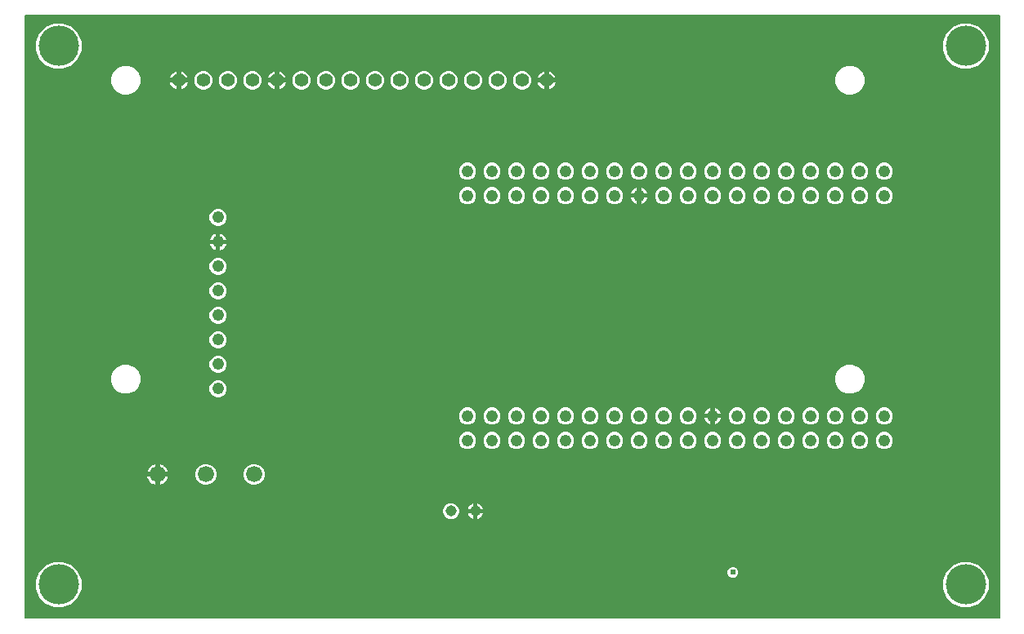
<source format=gbr>
G04 EAGLE Gerber RS-274X export*
G75*
%MOMM*%
%FSLAX34Y34*%
%LPD*%
%INCopper Layer 2*%
%IPPOS*%
%AMOC8*
5,1,8,0,0,1.08239X$1,22.5*%
G01*
%ADD10C,1.400000*%
%ADD11C,1.137919*%
%ADD12C,4.191000*%
%ADD13C,1.680000*%
%ADD14C,1.244600*%
%ADD15C,0.609600*%

G36*
X1012108Y2556D02*
X1012108Y2556D01*
X1012227Y2563D01*
X1012265Y2576D01*
X1012306Y2581D01*
X1012416Y2624D01*
X1012529Y2661D01*
X1012564Y2683D01*
X1012601Y2698D01*
X1012697Y2767D01*
X1012798Y2831D01*
X1012826Y2861D01*
X1012859Y2884D01*
X1012935Y2976D01*
X1013016Y3063D01*
X1013036Y3098D01*
X1013061Y3129D01*
X1013112Y3237D01*
X1013170Y3341D01*
X1013180Y3381D01*
X1013197Y3417D01*
X1013219Y3534D01*
X1013249Y3649D01*
X1013253Y3709D01*
X1013257Y3729D01*
X1013255Y3750D01*
X1013259Y3810D01*
X1013259Y627890D01*
X1013244Y628008D01*
X1013237Y628127D01*
X1013224Y628165D01*
X1013219Y628206D01*
X1013176Y628316D01*
X1013139Y628429D01*
X1013117Y628464D01*
X1013102Y628501D01*
X1013033Y628597D01*
X1012969Y628698D01*
X1012939Y628726D01*
X1012916Y628759D01*
X1012824Y628835D01*
X1012737Y628916D01*
X1012702Y628936D01*
X1012671Y628961D01*
X1012563Y629012D01*
X1012459Y629070D01*
X1012419Y629080D01*
X1012383Y629097D01*
X1012266Y629119D01*
X1012151Y629149D01*
X1012091Y629153D01*
X1012071Y629157D01*
X1012050Y629155D01*
X1011990Y629159D01*
X3810Y629159D01*
X3692Y629144D01*
X3573Y629137D01*
X3535Y629124D01*
X3494Y629119D01*
X3384Y629076D01*
X3271Y629039D01*
X3236Y629017D01*
X3199Y629002D01*
X3103Y628933D01*
X3002Y628869D01*
X2974Y628839D01*
X2941Y628816D01*
X2865Y628724D01*
X2784Y628637D01*
X2764Y628602D01*
X2739Y628571D01*
X2688Y628463D01*
X2630Y628359D01*
X2620Y628319D01*
X2603Y628283D01*
X2581Y628166D01*
X2551Y628051D01*
X2547Y627991D01*
X2543Y627971D01*
X2545Y627950D01*
X2541Y627890D01*
X2541Y3810D01*
X2556Y3692D01*
X2563Y3573D01*
X2576Y3535D01*
X2581Y3494D01*
X2624Y3384D01*
X2661Y3271D01*
X2683Y3236D01*
X2698Y3199D01*
X2767Y3103D01*
X2831Y3002D01*
X2861Y2974D01*
X2884Y2941D01*
X2976Y2865D01*
X3063Y2784D01*
X3098Y2764D01*
X3129Y2739D01*
X3237Y2688D01*
X3341Y2630D01*
X3381Y2620D01*
X3417Y2603D01*
X3534Y2581D01*
X3649Y2551D01*
X3709Y2547D01*
X3729Y2543D01*
X3750Y2545D01*
X3810Y2541D01*
X1011990Y2541D01*
X1012108Y2556D01*
G37*
%LPC*%
G36*
X973226Y573404D02*
X973226Y573404D01*
X964591Y576981D01*
X957981Y583591D01*
X954404Y592226D01*
X954404Y601574D01*
X957981Y610209D01*
X964591Y616819D01*
X973226Y620396D01*
X982574Y620396D01*
X991209Y616819D01*
X997819Y610209D01*
X1001396Y601574D01*
X1001396Y592226D01*
X997819Y583591D01*
X991209Y576981D01*
X982574Y573404D01*
X973226Y573404D01*
G37*
%LPD*%
%LPC*%
G36*
X33426Y573404D02*
X33426Y573404D01*
X24791Y576981D01*
X18181Y583591D01*
X14604Y592226D01*
X14604Y601574D01*
X18181Y610209D01*
X24791Y616819D01*
X33426Y620396D01*
X42774Y620396D01*
X51409Y616819D01*
X58019Y610209D01*
X61596Y601574D01*
X61596Y592226D01*
X58019Y583591D01*
X51409Y576981D01*
X42774Y573404D01*
X33426Y573404D01*
G37*
%LPD*%
%LPC*%
G36*
X33426Y14604D02*
X33426Y14604D01*
X24791Y18181D01*
X18181Y24791D01*
X14604Y33426D01*
X14604Y42774D01*
X18181Y51409D01*
X24791Y58019D01*
X33426Y61596D01*
X42774Y61596D01*
X51409Y58019D01*
X58019Y51409D01*
X61596Y42774D01*
X61596Y33426D01*
X58019Y24791D01*
X51409Y18181D01*
X42774Y14604D01*
X33426Y14604D01*
G37*
%LPD*%
%LPC*%
G36*
X973226Y14604D02*
X973226Y14604D01*
X964591Y18181D01*
X957981Y24791D01*
X954404Y33426D01*
X954404Y42774D01*
X957981Y51409D01*
X964591Y58019D01*
X973226Y61596D01*
X982574Y61596D01*
X991209Y58019D01*
X997819Y51409D01*
X1001396Y42774D01*
X1001396Y33426D01*
X997819Y24791D01*
X991209Y18181D01*
X982574Y14604D01*
X973226Y14604D01*
G37*
%LPD*%
%LPC*%
G36*
X854608Y546359D02*
X854608Y546359D01*
X849080Y548649D01*
X844849Y552880D01*
X842559Y558408D01*
X842559Y564392D01*
X844849Y569920D01*
X849080Y574151D01*
X854608Y576441D01*
X860592Y576441D01*
X866120Y574151D01*
X870351Y569920D01*
X872641Y564392D01*
X872641Y558408D01*
X870351Y552880D01*
X866120Y548649D01*
X860592Y546359D01*
X854608Y546359D01*
G37*
%LPD*%
%LPC*%
G36*
X104608Y546359D02*
X104608Y546359D01*
X99080Y548649D01*
X94849Y552880D01*
X92559Y558408D01*
X92559Y564392D01*
X94849Y569920D01*
X99080Y574151D01*
X104608Y576441D01*
X110592Y576441D01*
X116120Y574151D01*
X120351Y569920D01*
X122641Y564392D01*
X122641Y558408D01*
X120351Y552880D01*
X116120Y548649D01*
X110592Y546359D01*
X104608Y546359D01*
G37*
%LPD*%
%LPC*%
G36*
X104608Y236359D02*
X104608Y236359D01*
X99080Y238649D01*
X94849Y242880D01*
X92559Y248408D01*
X92559Y254392D01*
X94849Y259920D01*
X99080Y264151D01*
X104608Y266441D01*
X110592Y266441D01*
X116120Y264151D01*
X120351Y259920D01*
X122641Y254392D01*
X122641Y248408D01*
X120351Y242880D01*
X116120Y238649D01*
X110592Y236359D01*
X104608Y236359D01*
G37*
%LPD*%
%LPC*%
G36*
X854608Y236359D02*
X854608Y236359D01*
X849080Y238649D01*
X844849Y242880D01*
X842559Y248408D01*
X842559Y254392D01*
X844849Y259920D01*
X849080Y264151D01*
X854608Y266441D01*
X860592Y266441D01*
X866120Y264151D01*
X870351Y259920D01*
X872641Y254392D01*
X872641Y248408D01*
X870351Y242880D01*
X866120Y238649D01*
X860592Y236359D01*
X854608Y236359D01*
G37*
%LPD*%
%LPC*%
G36*
X238324Y141459D02*
X238324Y141459D01*
X234303Y143125D01*
X231225Y146203D01*
X229559Y150224D01*
X229559Y154576D01*
X231225Y158597D01*
X234303Y161675D01*
X238324Y163341D01*
X242676Y163341D01*
X246697Y161675D01*
X249775Y158597D01*
X251441Y154576D01*
X251441Y150224D01*
X249775Y146203D01*
X246697Y143125D01*
X242676Y141459D01*
X238324Y141459D01*
G37*
%LPD*%
%LPC*%
G36*
X188324Y141459D02*
X188324Y141459D01*
X184303Y143125D01*
X181225Y146203D01*
X179559Y150224D01*
X179559Y154576D01*
X181225Y158597D01*
X184303Y161675D01*
X188324Y163341D01*
X192676Y163341D01*
X196697Y161675D01*
X199775Y158597D01*
X201441Y154576D01*
X201441Y150224D01*
X199775Y146203D01*
X196697Y143125D01*
X192676Y141459D01*
X188324Y141459D01*
G37*
%LPD*%
%LPC*%
G36*
X516302Y551859D02*
X516302Y551859D01*
X512796Y553312D01*
X510112Y555996D01*
X508659Y559502D01*
X508659Y563298D01*
X510112Y566804D01*
X512796Y569488D01*
X516302Y570941D01*
X520098Y570941D01*
X523604Y569488D01*
X526288Y566804D01*
X527741Y563298D01*
X527741Y559502D01*
X526288Y555996D01*
X523604Y553312D01*
X520098Y551859D01*
X516302Y551859D01*
G37*
%LPD*%
%LPC*%
G36*
X490902Y551859D02*
X490902Y551859D01*
X487396Y553312D01*
X484712Y555996D01*
X483259Y559502D01*
X483259Y563298D01*
X484712Y566804D01*
X487396Y569488D01*
X490902Y570941D01*
X494698Y570941D01*
X498204Y569488D01*
X500888Y566804D01*
X502341Y563298D01*
X502341Y559502D01*
X500888Y555996D01*
X498204Y553312D01*
X494698Y551859D01*
X490902Y551859D01*
G37*
%LPD*%
%LPC*%
G36*
X465502Y551859D02*
X465502Y551859D01*
X461996Y553312D01*
X459312Y555996D01*
X457859Y559502D01*
X457859Y563298D01*
X459312Y566804D01*
X461996Y569488D01*
X465502Y570941D01*
X469298Y570941D01*
X472804Y569488D01*
X475488Y566804D01*
X476941Y563298D01*
X476941Y559502D01*
X475488Y555996D01*
X472804Y553312D01*
X469298Y551859D01*
X465502Y551859D01*
G37*
%LPD*%
%LPC*%
G36*
X440102Y551859D02*
X440102Y551859D01*
X436596Y553312D01*
X433912Y555996D01*
X432459Y559502D01*
X432459Y563298D01*
X433912Y566804D01*
X436596Y569488D01*
X440102Y570941D01*
X443898Y570941D01*
X447404Y569488D01*
X450088Y566804D01*
X451541Y563298D01*
X451541Y559502D01*
X450088Y555996D01*
X447404Y553312D01*
X443898Y551859D01*
X440102Y551859D01*
G37*
%LPD*%
%LPC*%
G36*
X414702Y551859D02*
X414702Y551859D01*
X411196Y553312D01*
X408512Y555996D01*
X407059Y559502D01*
X407059Y563298D01*
X408512Y566804D01*
X411196Y569488D01*
X414702Y570941D01*
X418498Y570941D01*
X422004Y569488D01*
X424688Y566804D01*
X426141Y563298D01*
X426141Y559502D01*
X424688Y555996D01*
X422004Y553312D01*
X418498Y551859D01*
X414702Y551859D01*
G37*
%LPD*%
%LPC*%
G36*
X389302Y551859D02*
X389302Y551859D01*
X385796Y553312D01*
X383112Y555996D01*
X381659Y559502D01*
X381659Y563298D01*
X383112Y566804D01*
X385796Y569488D01*
X389302Y570941D01*
X393098Y570941D01*
X396604Y569488D01*
X399288Y566804D01*
X400741Y563298D01*
X400741Y559502D01*
X399288Y555996D01*
X396604Y553312D01*
X393098Y551859D01*
X389302Y551859D01*
G37*
%LPD*%
%LPC*%
G36*
X363902Y551859D02*
X363902Y551859D01*
X360396Y553312D01*
X357712Y555996D01*
X356259Y559502D01*
X356259Y563298D01*
X357712Y566804D01*
X360396Y569488D01*
X363902Y570941D01*
X367698Y570941D01*
X371204Y569488D01*
X373888Y566804D01*
X375341Y563298D01*
X375341Y559502D01*
X373888Y555996D01*
X371204Y553312D01*
X367698Y551859D01*
X363902Y551859D01*
G37*
%LPD*%
%LPC*%
G36*
X338502Y551859D02*
X338502Y551859D01*
X334996Y553312D01*
X332312Y555996D01*
X330859Y559502D01*
X330859Y563298D01*
X332312Y566804D01*
X334996Y569488D01*
X338502Y570941D01*
X342298Y570941D01*
X345804Y569488D01*
X348488Y566804D01*
X349941Y563298D01*
X349941Y559502D01*
X348488Y555996D01*
X345804Y553312D01*
X342298Y551859D01*
X338502Y551859D01*
G37*
%LPD*%
%LPC*%
G36*
X313102Y551859D02*
X313102Y551859D01*
X309596Y553312D01*
X306912Y555996D01*
X305459Y559502D01*
X305459Y563298D01*
X306912Y566804D01*
X309596Y569488D01*
X313102Y570941D01*
X316898Y570941D01*
X320404Y569488D01*
X323088Y566804D01*
X324541Y563298D01*
X324541Y559502D01*
X323088Y555996D01*
X320404Y553312D01*
X316898Y551859D01*
X313102Y551859D01*
G37*
%LPD*%
%LPC*%
G36*
X287702Y551859D02*
X287702Y551859D01*
X284196Y553312D01*
X281512Y555996D01*
X280059Y559502D01*
X280059Y563298D01*
X281512Y566804D01*
X284196Y569488D01*
X287702Y570941D01*
X291498Y570941D01*
X295004Y569488D01*
X297688Y566804D01*
X299141Y563298D01*
X299141Y559502D01*
X297688Y555996D01*
X295004Y553312D01*
X291498Y551859D01*
X287702Y551859D01*
G37*
%LPD*%
%LPC*%
G36*
X236902Y551859D02*
X236902Y551859D01*
X233396Y553312D01*
X230712Y555996D01*
X229259Y559502D01*
X229259Y563298D01*
X230712Y566804D01*
X233396Y569488D01*
X236902Y570941D01*
X240698Y570941D01*
X244204Y569488D01*
X246888Y566804D01*
X248341Y563298D01*
X248341Y559502D01*
X246888Y555996D01*
X244204Y553312D01*
X240698Y551859D01*
X236902Y551859D01*
G37*
%LPD*%
%LPC*%
G36*
X211502Y551859D02*
X211502Y551859D01*
X207996Y553312D01*
X205312Y555996D01*
X203859Y559502D01*
X203859Y563298D01*
X205312Y566804D01*
X207996Y569488D01*
X211502Y570941D01*
X215298Y570941D01*
X218804Y569488D01*
X221488Y566804D01*
X222941Y563298D01*
X222941Y559502D01*
X221488Y555996D01*
X218804Y553312D01*
X215298Y551859D01*
X211502Y551859D01*
G37*
%LPD*%
%LPC*%
G36*
X186102Y551859D02*
X186102Y551859D01*
X182596Y553312D01*
X179912Y555996D01*
X178459Y559502D01*
X178459Y563298D01*
X179912Y566804D01*
X182596Y569488D01*
X186102Y570941D01*
X189898Y570941D01*
X193404Y569488D01*
X196088Y566804D01*
X197541Y563298D01*
X197541Y559502D01*
X196088Y555996D01*
X193404Y553312D01*
X189898Y551859D01*
X186102Y551859D01*
G37*
%LPD*%
%LPC*%
G36*
X739257Y178936D02*
X739257Y178936D01*
X736036Y180270D01*
X733570Y182736D01*
X732236Y185957D01*
X732236Y189443D01*
X733570Y192664D01*
X736036Y195130D01*
X739257Y196464D01*
X742743Y196464D01*
X745964Y195130D01*
X748430Y192664D01*
X749764Y189443D01*
X749764Y185957D01*
X748430Y182736D01*
X745964Y180270D01*
X742743Y178936D01*
X739257Y178936D01*
G37*
%LPD*%
%LPC*%
G36*
X713857Y178936D02*
X713857Y178936D01*
X710636Y180270D01*
X708170Y182736D01*
X706836Y185957D01*
X706836Y189443D01*
X708170Y192664D01*
X710636Y195130D01*
X713857Y196464D01*
X717343Y196464D01*
X720564Y195130D01*
X723030Y192664D01*
X724364Y189443D01*
X724364Y185957D01*
X723030Y182736D01*
X720564Y180270D01*
X717343Y178936D01*
X713857Y178936D01*
G37*
%LPD*%
%LPC*%
G36*
X688457Y178936D02*
X688457Y178936D01*
X685236Y180270D01*
X682770Y182736D01*
X681436Y185957D01*
X681436Y189443D01*
X682770Y192664D01*
X685236Y195130D01*
X688457Y196464D01*
X691943Y196464D01*
X695164Y195130D01*
X697630Y192664D01*
X698964Y189443D01*
X698964Y185957D01*
X697630Y182736D01*
X695164Y180270D01*
X691943Y178936D01*
X688457Y178936D01*
G37*
%LPD*%
%LPC*%
G36*
X663057Y178936D02*
X663057Y178936D01*
X659836Y180270D01*
X657370Y182736D01*
X656036Y185957D01*
X656036Y189443D01*
X657370Y192664D01*
X659836Y195130D01*
X663057Y196464D01*
X666543Y196464D01*
X669764Y195130D01*
X672230Y192664D01*
X673564Y189443D01*
X673564Y185957D01*
X672230Y182736D01*
X669764Y180270D01*
X666543Y178936D01*
X663057Y178936D01*
G37*
%LPD*%
%LPC*%
G36*
X637657Y178936D02*
X637657Y178936D01*
X634436Y180270D01*
X631970Y182736D01*
X630636Y185957D01*
X630636Y189443D01*
X631970Y192664D01*
X634436Y195130D01*
X637657Y196464D01*
X641143Y196464D01*
X644364Y195130D01*
X646830Y192664D01*
X648164Y189443D01*
X648164Y185957D01*
X646830Y182736D01*
X644364Y180270D01*
X641143Y178936D01*
X637657Y178936D01*
G37*
%LPD*%
%LPC*%
G36*
X612257Y178936D02*
X612257Y178936D01*
X609036Y180270D01*
X606570Y182736D01*
X605236Y185957D01*
X605236Y189443D01*
X606570Y192664D01*
X609036Y195130D01*
X612257Y196464D01*
X615743Y196464D01*
X618964Y195130D01*
X621430Y192664D01*
X622764Y189443D01*
X622764Y185957D01*
X621430Y182736D01*
X618964Y180270D01*
X615743Y178936D01*
X612257Y178936D01*
G37*
%LPD*%
%LPC*%
G36*
X586857Y178936D02*
X586857Y178936D01*
X583636Y180270D01*
X581170Y182736D01*
X579836Y185957D01*
X579836Y189443D01*
X581170Y192664D01*
X583636Y195130D01*
X586857Y196464D01*
X590343Y196464D01*
X593564Y195130D01*
X596030Y192664D01*
X597364Y189443D01*
X597364Y185957D01*
X596030Y182736D01*
X593564Y180270D01*
X590343Y178936D01*
X586857Y178936D01*
G37*
%LPD*%
%LPC*%
G36*
X536057Y178936D02*
X536057Y178936D01*
X532836Y180270D01*
X530370Y182736D01*
X529036Y185957D01*
X529036Y189443D01*
X530370Y192664D01*
X532836Y195130D01*
X536057Y196464D01*
X539543Y196464D01*
X542764Y195130D01*
X545230Y192664D01*
X546564Y189443D01*
X546564Y185957D01*
X545230Y182736D01*
X542764Y180270D01*
X539543Y178936D01*
X536057Y178936D01*
G37*
%LPD*%
%LPC*%
G36*
X459857Y178936D02*
X459857Y178936D01*
X456636Y180270D01*
X454170Y182736D01*
X452836Y185957D01*
X452836Y189443D01*
X454170Y192664D01*
X456636Y195130D01*
X459857Y196464D01*
X463343Y196464D01*
X466564Y195130D01*
X469030Y192664D01*
X470364Y189443D01*
X470364Y185957D01*
X469030Y182736D01*
X466564Y180270D01*
X463343Y178936D01*
X459857Y178936D01*
G37*
%LPD*%
%LPC*%
G36*
X485257Y458336D02*
X485257Y458336D01*
X482036Y459670D01*
X479570Y462136D01*
X478236Y465357D01*
X478236Y468843D01*
X479570Y472064D01*
X482036Y474530D01*
X485257Y475864D01*
X488743Y475864D01*
X491964Y474530D01*
X494430Y472064D01*
X495764Y468843D01*
X495764Y465357D01*
X494430Y462136D01*
X491964Y459670D01*
X488743Y458336D01*
X485257Y458336D01*
G37*
%LPD*%
%LPC*%
G36*
X459857Y458336D02*
X459857Y458336D01*
X456636Y459670D01*
X454170Y462136D01*
X452836Y465357D01*
X452836Y468843D01*
X454170Y472064D01*
X456636Y474530D01*
X459857Y475864D01*
X463343Y475864D01*
X466564Y474530D01*
X469030Y472064D01*
X470364Y468843D01*
X470364Y465357D01*
X469030Y462136D01*
X466564Y459670D01*
X463343Y458336D01*
X459857Y458336D01*
G37*
%LPD*%
%LPC*%
G36*
X891657Y458336D02*
X891657Y458336D01*
X888436Y459670D01*
X885970Y462136D01*
X884636Y465357D01*
X884636Y468843D01*
X885970Y472064D01*
X888436Y474530D01*
X891657Y475864D01*
X895143Y475864D01*
X898364Y474530D01*
X900830Y472064D01*
X902164Y468843D01*
X902164Y465357D01*
X900830Y462136D01*
X898364Y459670D01*
X895143Y458336D01*
X891657Y458336D01*
G37*
%LPD*%
%LPC*%
G36*
X866257Y458336D02*
X866257Y458336D01*
X863036Y459670D01*
X860570Y462136D01*
X859236Y465357D01*
X859236Y468843D01*
X860570Y472064D01*
X863036Y474530D01*
X866257Y475864D01*
X869743Y475864D01*
X872964Y474530D01*
X875430Y472064D01*
X876764Y468843D01*
X876764Y465357D01*
X875430Y462136D01*
X872964Y459670D01*
X869743Y458336D01*
X866257Y458336D01*
G37*
%LPD*%
%LPC*%
G36*
X840857Y458336D02*
X840857Y458336D01*
X837636Y459670D01*
X835170Y462136D01*
X833836Y465357D01*
X833836Y468843D01*
X835170Y472064D01*
X837636Y474530D01*
X840857Y475864D01*
X844343Y475864D01*
X847564Y474530D01*
X850030Y472064D01*
X851364Y468843D01*
X851364Y465357D01*
X850030Y462136D01*
X847564Y459670D01*
X844343Y458336D01*
X840857Y458336D01*
G37*
%LPD*%
%LPC*%
G36*
X815457Y458336D02*
X815457Y458336D01*
X812236Y459670D01*
X809770Y462136D01*
X808436Y465357D01*
X808436Y468843D01*
X809770Y472064D01*
X812236Y474530D01*
X815457Y475864D01*
X818943Y475864D01*
X822164Y474530D01*
X824630Y472064D01*
X825964Y468843D01*
X825964Y465357D01*
X824630Y462136D01*
X822164Y459670D01*
X818943Y458336D01*
X815457Y458336D01*
G37*
%LPD*%
%LPC*%
G36*
X790057Y458336D02*
X790057Y458336D01*
X786836Y459670D01*
X784370Y462136D01*
X783036Y465357D01*
X783036Y468843D01*
X784370Y472064D01*
X786836Y474530D01*
X790057Y475864D01*
X793543Y475864D01*
X796764Y474530D01*
X799230Y472064D01*
X800564Y468843D01*
X800564Y465357D01*
X799230Y462136D01*
X796764Y459670D01*
X793543Y458336D01*
X790057Y458336D01*
G37*
%LPD*%
%LPC*%
G36*
X764657Y458336D02*
X764657Y458336D01*
X761436Y459670D01*
X758970Y462136D01*
X757636Y465357D01*
X757636Y468843D01*
X758970Y472064D01*
X761436Y474530D01*
X764657Y475864D01*
X768143Y475864D01*
X771364Y474530D01*
X773830Y472064D01*
X775164Y468843D01*
X775164Y465357D01*
X773830Y462136D01*
X771364Y459670D01*
X768143Y458336D01*
X764657Y458336D01*
G37*
%LPD*%
%LPC*%
G36*
X739257Y458336D02*
X739257Y458336D01*
X736036Y459670D01*
X733570Y462136D01*
X732236Y465357D01*
X732236Y468843D01*
X733570Y472064D01*
X736036Y474530D01*
X739257Y475864D01*
X742743Y475864D01*
X745964Y474530D01*
X748430Y472064D01*
X749764Y468843D01*
X749764Y465357D01*
X748430Y462136D01*
X745964Y459670D01*
X742743Y458336D01*
X739257Y458336D01*
G37*
%LPD*%
%LPC*%
G36*
X713857Y458336D02*
X713857Y458336D01*
X710636Y459670D01*
X708170Y462136D01*
X706836Y465357D01*
X706836Y468843D01*
X708170Y472064D01*
X710636Y474530D01*
X713857Y475864D01*
X717343Y475864D01*
X720564Y474530D01*
X723030Y472064D01*
X724364Y468843D01*
X724364Y465357D01*
X723030Y462136D01*
X720564Y459670D01*
X717343Y458336D01*
X713857Y458336D01*
G37*
%LPD*%
%LPC*%
G36*
X688457Y458336D02*
X688457Y458336D01*
X685236Y459670D01*
X682770Y462136D01*
X681436Y465357D01*
X681436Y468843D01*
X682770Y472064D01*
X685236Y474530D01*
X688457Y475864D01*
X691943Y475864D01*
X695164Y474530D01*
X697630Y472064D01*
X698964Y468843D01*
X698964Y465357D01*
X697630Y462136D01*
X695164Y459670D01*
X691943Y458336D01*
X688457Y458336D01*
G37*
%LPD*%
%LPC*%
G36*
X663057Y458336D02*
X663057Y458336D01*
X659836Y459670D01*
X657370Y462136D01*
X656036Y465357D01*
X656036Y468843D01*
X657370Y472064D01*
X659836Y474530D01*
X663057Y475864D01*
X666543Y475864D01*
X669764Y474530D01*
X672230Y472064D01*
X673564Y468843D01*
X673564Y465357D01*
X672230Y462136D01*
X669764Y459670D01*
X666543Y458336D01*
X663057Y458336D01*
G37*
%LPD*%
%LPC*%
G36*
X637657Y458336D02*
X637657Y458336D01*
X634436Y459670D01*
X631970Y462136D01*
X630636Y465357D01*
X630636Y468843D01*
X631970Y472064D01*
X634436Y474530D01*
X637657Y475864D01*
X641143Y475864D01*
X644364Y474530D01*
X646830Y472064D01*
X648164Y468843D01*
X648164Y465357D01*
X646830Y462136D01*
X644364Y459670D01*
X641143Y458336D01*
X637657Y458336D01*
G37*
%LPD*%
%LPC*%
G36*
X612257Y458336D02*
X612257Y458336D01*
X609036Y459670D01*
X606570Y462136D01*
X605236Y465357D01*
X605236Y468843D01*
X606570Y472064D01*
X609036Y474530D01*
X612257Y475864D01*
X615743Y475864D01*
X618964Y474530D01*
X621430Y472064D01*
X622764Y468843D01*
X622764Y465357D01*
X621430Y462136D01*
X618964Y459670D01*
X615743Y458336D01*
X612257Y458336D01*
G37*
%LPD*%
%LPC*%
G36*
X586857Y458336D02*
X586857Y458336D01*
X583636Y459670D01*
X581170Y462136D01*
X579836Y465357D01*
X579836Y468843D01*
X581170Y472064D01*
X583636Y474530D01*
X586857Y475864D01*
X590343Y475864D01*
X593564Y474530D01*
X596030Y472064D01*
X597364Y468843D01*
X597364Y465357D01*
X596030Y462136D01*
X593564Y459670D01*
X590343Y458336D01*
X586857Y458336D01*
G37*
%LPD*%
%LPC*%
G36*
X561457Y458336D02*
X561457Y458336D01*
X558236Y459670D01*
X555770Y462136D01*
X554436Y465357D01*
X554436Y468843D01*
X555770Y472064D01*
X558236Y474530D01*
X561457Y475864D01*
X564943Y475864D01*
X568164Y474530D01*
X570630Y472064D01*
X571964Y468843D01*
X571964Y465357D01*
X570630Y462136D01*
X568164Y459670D01*
X564943Y458336D01*
X561457Y458336D01*
G37*
%LPD*%
%LPC*%
G36*
X536057Y458336D02*
X536057Y458336D01*
X532836Y459670D01*
X530370Y462136D01*
X529036Y465357D01*
X529036Y468843D01*
X530370Y472064D01*
X532836Y474530D01*
X536057Y475864D01*
X539543Y475864D01*
X542764Y474530D01*
X545230Y472064D01*
X546564Y468843D01*
X546564Y465357D01*
X545230Y462136D01*
X542764Y459670D01*
X539543Y458336D01*
X536057Y458336D01*
G37*
%LPD*%
%LPC*%
G36*
X510657Y458336D02*
X510657Y458336D01*
X507436Y459670D01*
X504970Y462136D01*
X503636Y465357D01*
X503636Y468843D01*
X504970Y472064D01*
X507436Y474530D01*
X510657Y475864D01*
X514143Y475864D01*
X517364Y474530D01*
X519830Y472064D01*
X521164Y468843D01*
X521164Y465357D01*
X519830Y462136D01*
X517364Y459670D01*
X514143Y458336D01*
X510657Y458336D01*
G37*
%LPD*%
%LPC*%
G36*
X891657Y432936D02*
X891657Y432936D01*
X888436Y434270D01*
X885970Y436736D01*
X884636Y439957D01*
X884636Y443443D01*
X885970Y446664D01*
X888436Y449130D01*
X891657Y450464D01*
X895143Y450464D01*
X898364Y449130D01*
X900830Y446664D01*
X902164Y443443D01*
X902164Y439957D01*
X900830Y436736D01*
X898364Y434270D01*
X895143Y432936D01*
X891657Y432936D01*
G37*
%LPD*%
%LPC*%
G36*
X866257Y432936D02*
X866257Y432936D01*
X863036Y434270D01*
X860570Y436736D01*
X859236Y439957D01*
X859236Y443443D01*
X860570Y446664D01*
X863036Y449130D01*
X866257Y450464D01*
X869743Y450464D01*
X872964Y449130D01*
X875430Y446664D01*
X876764Y443443D01*
X876764Y439957D01*
X875430Y436736D01*
X872964Y434270D01*
X869743Y432936D01*
X866257Y432936D01*
G37*
%LPD*%
%LPC*%
G36*
X840857Y432936D02*
X840857Y432936D01*
X837636Y434270D01*
X835170Y436736D01*
X833836Y439957D01*
X833836Y443443D01*
X835170Y446664D01*
X837636Y449130D01*
X840857Y450464D01*
X844343Y450464D01*
X847564Y449130D01*
X850030Y446664D01*
X851364Y443443D01*
X851364Y439957D01*
X850030Y436736D01*
X847564Y434270D01*
X844343Y432936D01*
X840857Y432936D01*
G37*
%LPD*%
%LPC*%
G36*
X815457Y432936D02*
X815457Y432936D01*
X812236Y434270D01*
X809770Y436736D01*
X808436Y439957D01*
X808436Y443443D01*
X809770Y446664D01*
X812236Y449130D01*
X815457Y450464D01*
X818943Y450464D01*
X822164Y449130D01*
X824630Y446664D01*
X825964Y443443D01*
X825964Y439957D01*
X824630Y436736D01*
X822164Y434270D01*
X818943Y432936D01*
X815457Y432936D01*
G37*
%LPD*%
%LPC*%
G36*
X790057Y432936D02*
X790057Y432936D01*
X786836Y434270D01*
X784370Y436736D01*
X783036Y439957D01*
X783036Y443443D01*
X784370Y446664D01*
X786836Y449130D01*
X790057Y450464D01*
X793543Y450464D01*
X796764Y449130D01*
X799230Y446664D01*
X800564Y443443D01*
X800564Y439957D01*
X799230Y436736D01*
X796764Y434270D01*
X793543Y432936D01*
X790057Y432936D01*
G37*
%LPD*%
%LPC*%
G36*
X764657Y432936D02*
X764657Y432936D01*
X761436Y434270D01*
X758970Y436736D01*
X757636Y439957D01*
X757636Y443443D01*
X758970Y446664D01*
X761436Y449130D01*
X764657Y450464D01*
X768143Y450464D01*
X771364Y449130D01*
X773830Y446664D01*
X775164Y443443D01*
X775164Y439957D01*
X773830Y436736D01*
X771364Y434270D01*
X768143Y432936D01*
X764657Y432936D01*
G37*
%LPD*%
%LPC*%
G36*
X739257Y432936D02*
X739257Y432936D01*
X736036Y434270D01*
X733570Y436736D01*
X732236Y439957D01*
X732236Y443443D01*
X733570Y446664D01*
X736036Y449130D01*
X739257Y450464D01*
X742743Y450464D01*
X745964Y449130D01*
X748430Y446664D01*
X749764Y443443D01*
X749764Y439957D01*
X748430Y436736D01*
X745964Y434270D01*
X742743Y432936D01*
X739257Y432936D01*
G37*
%LPD*%
%LPC*%
G36*
X713857Y432936D02*
X713857Y432936D01*
X710636Y434270D01*
X708170Y436736D01*
X706836Y439957D01*
X706836Y443443D01*
X708170Y446664D01*
X710636Y449130D01*
X713857Y450464D01*
X717343Y450464D01*
X720564Y449130D01*
X723030Y446664D01*
X724364Y443443D01*
X724364Y439957D01*
X723030Y436736D01*
X720564Y434270D01*
X717343Y432936D01*
X713857Y432936D01*
G37*
%LPD*%
%LPC*%
G36*
X688457Y432936D02*
X688457Y432936D01*
X685236Y434270D01*
X682770Y436736D01*
X681436Y439957D01*
X681436Y443443D01*
X682770Y446664D01*
X685236Y449130D01*
X688457Y450464D01*
X691943Y450464D01*
X695164Y449130D01*
X697630Y446664D01*
X698964Y443443D01*
X698964Y439957D01*
X697630Y436736D01*
X695164Y434270D01*
X691943Y432936D01*
X688457Y432936D01*
G37*
%LPD*%
%LPC*%
G36*
X663057Y432936D02*
X663057Y432936D01*
X659836Y434270D01*
X657370Y436736D01*
X656036Y439957D01*
X656036Y443443D01*
X657370Y446664D01*
X659836Y449130D01*
X663057Y450464D01*
X666543Y450464D01*
X669764Y449130D01*
X672230Y446664D01*
X673564Y443443D01*
X673564Y439957D01*
X672230Y436736D01*
X669764Y434270D01*
X666543Y432936D01*
X663057Y432936D01*
G37*
%LPD*%
%LPC*%
G36*
X612257Y432936D02*
X612257Y432936D01*
X609036Y434270D01*
X606570Y436736D01*
X605236Y439957D01*
X605236Y443443D01*
X606570Y446664D01*
X609036Y449130D01*
X612257Y450464D01*
X615743Y450464D01*
X618964Y449130D01*
X621430Y446664D01*
X622764Y443443D01*
X622764Y439957D01*
X621430Y436736D01*
X618964Y434270D01*
X615743Y432936D01*
X612257Y432936D01*
G37*
%LPD*%
%LPC*%
G36*
X586857Y432936D02*
X586857Y432936D01*
X583636Y434270D01*
X581170Y436736D01*
X579836Y439957D01*
X579836Y443443D01*
X581170Y446664D01*
X583636Y449130D01*
X586857Y450464D01*
X590343Y450464D01*
X593564Y449130D01*
X596030Y446664D01*
X597364Y443443D01*
X597364Y439957D01*
X596030Y436736D01*
X593564Y434270D01*
X590343Y432936D01*
X586857Y432936D01*
G37*
%LPD*%
%LPC*%
G36*
X561457Y432936D02*
X561457Y432936D01*
X558236Y434270D01*
X555770Y436736D01*
X554436Y439957D01*
X554436Y443443D01*
X555770Y446664D01*
X558236Y449130D01*
X561457Y450464D01*
X564943Y450464D01*
X568164Y449130D01*
X570630Y446664D01*
X571964Y443443D01*
X571964Y439957D01*
X570630Y436736D01*
X568164Y434270D01*
X564943Y432936D01*
X561457Y432936D01*
G37*
%LPD*%
%LPC*%
G36*
X536057Y432936D02*
X536057Y432936D01*
X532836Y434270D01*
X530370Y436736D01*
X529036Y439957D01*
X529036Y443443D01*
X530370Y446664D01*
X532836Y449130D01*
X536057Y450464D01*
X539543Y450464D01*
X542764Y449130D01*
X545230Y446664D01*
X546564Y443443D01*
X546564Y439957D01*
X545230Y436736D01*
X542764Y434270D01*
X539543Y432936D01*
X536057Y432936D01*
G37*
%LPD*%
%LPC*%
G36*
X510657Y432936D02*
X510657Y432936D01*
X507436Y434270D01*
X504970Y436736D01*
X503636Y439957D01*
X503636Y443443D01*
X504970Y446664D01*
X507436Y449130D01*
X510657Y450464D01*
X514143Y450464D01*
X517364Y449130D01*
X519830Y446664D01*
X521164Y443443D01*
X521164Y439957D01*
X519830Y436736D01*
X517364Y434270D01*
X514143Y432936D01*
X510657Y432936D01*
G37*
%LPD*%
%LPC*%
G36*
X485257Y432936D02*
X485257Y432936D01*
X482036Y434270D01*
X479570Y436736D01*
X478236Y439957D01*
X478236Y443443D01*
X479570Y446664D01*
X482036Y449130D01*
X485257Y450464D01*
X488743Y450464D01*
X491964Y449130D01*
X494430Y446664D01*
X495764Y443443D01*
X495764Y439957D01*
X494430Y436736D01*
X491964Y434270D01*
X488743Y432936D01*
X485257Y432936D01*
G37*
%LPD*%
%LPC*%
G36*
X459857Y432936D02*
X459857Y432936D01*
X456636Y434270D01*
X454170Y436736D01*
X452836Y439957D01*
X452836Y443443D01*
X454170Y446664D01*
X456636Y449130D01*
X459857Y450464D01*
X463343Y450464D01*
X466564Y449130D01*
X469030Y446664D01*
X470364Y443443D01*
X470364Y439957D01*
X469030Y436736D01*
X466564Y434270D01*
X463343Y432936D01*
X459857Y432936D01*
G37*
%LPD*%
%LPC*%
G36*
X815457Y204336D02*
X815457Y204336D01*
X812236Y205670D01*
X809770Y208136D01*
X808436Y211357D01*
X808436Y214843D01*
X809770Y218064D01*
X812236Y220530D01*
X815457Y221864D01*
X818943Y221864D01*
X822164Y220530D01*
X824630Y218064D01*
X825964Y214843D01*
X825964Y211357D01*
X824630Y208136D01*
X822164Y205670D01*
X818943Y204336D01*
X815457Y204336D01*
G37*
%LPD*%
%LPC*%
G36*
X201457Y410336D02*
X201457Y410336D01*
X198236Y411670D01*
X195770Y414136D01*
X194436Y417357D01*
X194436Y420843D01*
X195770Y424064D01*
X198236Y426530D01*
X201457Y427864D01*
X204943Y427864D01*
X208164Y426530D01*
X210630Y424064D01*
X211964Y420843D01*
X211964Y417357D01*
X210630Y414136D01*
X208164Y411670D01*
X204943Y410336D01*
X201457Y410336D01*
G37*
%LPD*%
%LPC*%
G36*
X201457Y359536D02*
X201457Y359536D01*
X198236Y360870D01*
X195770Y363336D01*
X194436Y366557D01*
X194436Y370043D01*
X195770Y373264D01*
X198236Y375730D01*
X201457Y377064D01*
X204943Y377064D01*
X208164Y375730D01*
X210630Y373264D01*
X211964Y370043D01*
X211964Y366557D01*
X210630Y363336D01*
X208164Y360870D01*
X204943Y359536D01*
X201457Y359536D01*
G37*
%LPD*%
%LPC*%
G36*
X201457Y334136D02*
X201457Y334136D01*
X198236Y335470D01*
X195770Y337936D01*
X194436Y341157D01*
X194436Y344643D01*
X195770Y347864D01*
X198236Y350330D01*
X201457Y351664D01*
X204943Y351664D01*
X208164Y350330D01*
X210630Y347864D01*
X211964Y344643D01*
X211964Y341157D01*
X210630Y337936D01*
X208164Y335470D01*
X204943Y334136D01*
X201457Y334136D01*
G37*
%LPD*%
%LPC*%
G36*
X201457Y308736D02*
X201457Y308736D01*
X198236Y310070D01*
X195770Y312536D01*
X194436Y315757D01*
X194436Y319243D01*
X195770Y322464D01*
X198236Y324930D01*
X201457Y326264D01*
X204943Y326264D01*
X208164Y324930D01*
X210630Y322464D01*
X211964Y319243D01*
X211964Y315757D01*
X210630Y312536D01*
X208164Y310070D01*
X204943Y308736D01*
X201457Y308736D01*
G37*
%LPD*%
%LPC*%
G36*
X201457Y283336D02*
X201457Y283336D01*
X198236Y284670D01*
X195770Y287136D01*
X194436Y290357D01*
X194436Y293843D01*
X195770Y297064D01*
X198236Y299530D01*
X201457Y300864D01*
X204943Y300864D01*
X208164Y299530D01*
X210630Y297064D01*
X211964Y293843D01*
X211964Y290357D01*
X210630Y287136D01*
X208164Y284670D01*
X204943Y283336D01*
X201457Y283336D01*
G37*
%LPD*%
%LPC*%
G36*
X201457Y257936D02*
X201457Y257936D01*
X198236Y259270D01*
X195770Y261736D01*
X194436Y264957D01*
X194436Y268443D01*
X195770Y271664D01*
X198236Y274130D01*
X201457Y275464D01*
X204943Y275464D01*
X208164Y274130D01*
X210630Y271664D01*
X211964Y268443D01*
X211964Y264957D01*
X210630Y261736D01*
X208164Y259270D01*
X204943Y257936D01*
X201457Y257936D01*
G37*
%LPD*%
%LPC*%
G36*
X201457Y232536D02*
X201457Y232536D01*
X198236Y233870D01*
X195770Y236336D01*
X194436Y239557D01*
X194436Y243043D01*
X195770Y246264D01*
X198236Y248730D01*
X201457Y250064D01*
X204943Y250064D01*
X208164Y248730D01*
X210630Y246264D01*
X211964Y243043D01*
X211964Y239557D01*
X210630Y236336D01*
X208164Y233870D01*
X204943Y232536D01*
X201457Y232536D01*
G37*
%LPD*%
%LPC*%
G36*
X866257Y204336D02*
X866257Y204336D01*
X863036Y205670D01*
X860570Y208136D01*
X859236Y211357D01*
X859236Y214843D01*
X860570Y218064D01*
X863036Y220530D01*
X866257Y221864D01*
X869743Y221864D01*
X872964Y220530D01*
X875430Y218064D01*
X876764Y214843D01*
X876764Y211357D01*
X875430Y208136D01*
X872964Y205670D01*
X869743Y204336D01*
X866257Y204336D01*
G37*
%LPD*%
%LPC*%
G36*
X840857Y204336D02*
X840857Y204336D01*
X837636Y205670D01*
X835170Y208136D01*
X833836Y211357D01*
X833836Y214843D01*
X835170Y218064D01*
X837636Y220530D01*
X840857Y221864D01*
X844343Y221864D01*
X847564Y220530D01*
X850030Y218064D01*
X851364Y214843D01*
X851364Y211357D01*
X850030Y208136D01*
X847564Y205670D01*
X844343Y204336D01*
X840857Y204336D01*
G37*
%LPD*%
%LPC*%
G36*
X891657Y204336D02*
X891657Y204336D01*
X888436Y205670D01*
X885970Y208136D01*
X884636Y211357D01*
X884636Y214843D01*
X885970Y218064D01*
X888436Y220530D01*
X891657Y221864D01*
X895143Y221864D01*
X898364Y220530D01*
X900830Y218064D01*
X902164Y214843D01*
X902164Y211357D01*
X900830Y208136D01*
X898364Y205670D01*
X895143Y204336D01*
X891657Y204336D01*
G37*
%LPD*%
%LPC*%
G36*
X790057Y204336D02*
X790057Y204336D01*
X786836Y205670D01*
X784370Y208136D01*
X783036Y211357D01*
X783036Y214843D01*
X784370Y218064D01*
X786836Y220530D01*
X790057Y221864D01*
X793543Y221864D01*
X796764Y220530D01*
X799230Y218064D01*
X800564Y214843D01*
X800564Y211357D01*
X799230Y208136D01*
X796764Y205670D01*
X793543Y204336D01*
X790057Y204336D01*
G37*
%LPD*%
%LPC*%
G36*
X764657Y204336D02*
X764657Y204336D01*
X761436Y205670D01*
X758970Y208136D01*
X757636Y211357D01*
X757636Y214843D01*
X758970Y218064D01*
X761436Y220530D01*
X764657Y221864D01*
X768143Y221864D01*
X771364Y220530D01*
X773830Y218064D01*
X775164Y214843D01*
X775164Y211357D01*
X773830Y208136D01*
X771364Y205670D01*
X768143Y204336D01*
X764657Y204336D01*
G37*
%LPD*%
%LPC*%
G36*
X739257Y204336D02*
X739257Y204336D01*
X736036Y205670D01*
X733570Y208136D01*
X732236Y211357D01*
X732236Y214843D01*
X733570Y218064D01*
X736036Y220530D01*
X739257Y221864D01*
X742743Y221864D01*
X745964Y220530D01*
X748430Y218064D01*
X749764Y214843D01*
X749764Y211357D01*
X748430Y208136D01*
X745964Y205670D01*
X742743Y204336D01*
X739257Y204336D01*
G37*
%LPD*%
%LPC*%
G36*
X688457Y204336D02*
X688457Y204336D01*
X685236Y205670D01*
X682770Y208136D01*
X681436Y211357D01*
X681436Y214843D01*
X682770Y218064D01*
X685236Y220530D01*
X688457Y221864D01*
X691943Y221864D01*
X695164Y220530D01*
X697630Y218064D01*
X698964Y214843D01*
X698964Y211357D01*
X697630Y208136D01*
X695164Y205670D01*
X691943Y204336D01*
X688457Y204336D01*
G37*
%LPD*%
%LPC*%
G36*
X663057Y204336D02*
X663057Y204336D01*
X659836Y205670D01*
X657370Y208136D01*
X656036Y211357D01*
X656036Y214843D01*
X657370Y218064D01*
X659836Y220530D01*
X663057Y221864D01*
X666543Y221864D01*
X669764Y220530D01*
X672230Y218064D01*
X673564Y214843D01*
X673564Y211357D01*
X672230Y208136D01*
X669764Y205670D01*
X666543Y204336D01*
X663057Y204336D01*
G37*
%LPD*%
%LPC*%
G36*
X637657Y204336D02*
X637657Y204336D01*
X634436Y205670D01*
X631970Y208136D01*
X630636Y211357D01*
X630636Y214843D01*
X631970Y218064D01*
X634436Y220530D01*
X637657Y221864D01*
X641143Y221864D01*
X644364Y220530D01*
X646830Y218064D01*
X648164Y214843D01*
X648164Y211357D01*
X646830Y208136D01*
X644364Y205670D01*
X641143Y204336D01*
X637657Y204336D01*
G37*
%LPD*%
%LPC*%
G36*
X612257Y204336D02*
X612257Y204336D01*
X609036Y205670D01*
X606570Y208136D01*
X605236Y211357D01*
X605236Y214843D01*
X606570Y218064D01*
X609036Y220530D01*
X612257Y221864D01*
X615743Y221864D01*
X618964Y220530D01*
X621430Y218064D01*
X622764Y214843D01*
X622764Y211357D01*
X621430Y208136D01*
X618964Y205670D01*
X615743Y204336D01*
X612257Y204336D01*
G37*
%LPD*%
%LPC*%
G36*
X586857Y204336D02*
X586857Y204336D01*
X583636Y205670D01*
X581170Y208136D01*
X579836Y211357D01*
X579836Y214843D01*
X581170Y218064D01*
X583636Y220530D01*
X586857Y221864D01*
X590343Y221864D01*
X593564Y220530D01*
X596030Y218064D01*
X597364Y214843D01*
X597364Y211357D01*
X596030Y208136D01*
X593564Y205670D01*
X590343Y204336D01*
X586857Y204336D01*
G37*
%LPD*%
%LPC*%
G36*
X561457Y204336D02*
X561457Y204336D01*
X558236Y205670D01*
X555770Y208136D01*
X554436Y211357D01*
X554436Y214843D01*
X555770Y218064D01*
X558236Y220530D01*
X561457Y221864D01*
X564943Y221864D01*
X568164Y220530D01*
X570630Y218064D01*
X571964Y214843D01*
X571964Y211357D01*
X570630Y208136D01*
X568164Y205670D01*
X564943Y204336D01*
X561457Y204336D01*
G37*
%LPD*%
%LPC*%
G36*
X536057Y204336D02*
X536057Y204336D01*
X532836Y205670D01*
X530370Y208136D01*
X529036Y211357D01*
X529036Y214843D01*
X530370Y218064D01*
X532836Y220530D01*
X536057Y221864D01*
X539543Y221864D01*
X542764Y220530D01*
X545230Y218064D01*
X546564Y214843D01*
X546564Y211357D01*
X545230Y208136D01*
X542764Y205670D01*
X539543Y204336D01*
X536057Y204336D01*
G37*
%LPD*%
%LPC*%
G36*
X510657Y204336D02*
X510657Y204336D01*
X507436Y205670D01*
X504970Y208136D01*
X503636Y211357D01*
X503636Y214843D01*
X504970Y218064D01*
X507436Y220530D01*
X510657Y221864D01*
X514143Y221864D01*
X517364Y220530D01*
X519830Y218064D01*
X521164Y214843D01*
X521164Y211357D01*
X519830Y208136D01*
X517364Y205670D01*
X514143Y204336D01*
X510657Y204336D01*
G37*
%LPD*%
%LPC*%
G36*
X485257Y204336D02*
X485257Y204336D01*
X482036Y205670D01*
X479570Y208136D01*
X478236Y211357D01*
X478236Y214843D01*
X479570Y218064D01*
X482036Y220530D01*
X485257Y221864D01*
X488743Y221864D01*
X491964Y220530D01*
X494430Y218064D01*
X495764Y214843D01*
X495764Y211357D01*
X494430Y208136D01*
X491964Y205670D01*
X488743Y204336D01*
X485257Y204336D01*
G37*
%LPD*%
%LPC*%
G36*
X459857Y204336D02*
X459857Y204336D01*
X456636Y205670D01*
X454170Y208136D01*
X452836Y211357D01*
X452836Y214843D01*
X454170Y218064D01*
X456636Y220530D01*
X459857Y221864D01*
X463343Y221864D01*
X466564Y220530D01*
X469030Y218064D01*
X470364Y214843D01*
X470364Y211357D01*
X469030Y208136D01*
X466564Y205670D01*
X463343Y204336D01*
X459857Y204336D01*
G37*
%LPD*%
%LPC*%
G36*
X561457Y178936D02*
X561457Y178936D01*
X558236Y180270D01*
X555770Y182736D01*
X554436Y185957D01*
X554436Y189443D01*
X555770Y192664D01*
X558236Y195130D01*
X561457Y196464D01*
X564943Y196464D01*
X568164Y195130D01*
X570630Y192664D01*
X571964Y189443D01*
X571964Y185957D01*
X570630Y182736D01*
X568164Y180270D01*
X564943Y178936D01*
X561457Y178936D01*
G37*
%LPD*%
%LPC*%
G36*
X510657Y178936D02*
X510657Y178936D01*
X507436Y180270D01*
X504970Y182736D01*
X503636Y185957D01*
X503636Y189443D01*
X504970Y192664D01*
X507436Y195130D01*
X510657Y196464D01*
X514143Y196464D01*
X517364Y195130D01*
X519830Y192664D01*
X521164Y189443D01*
X521164Y185957D01*
X519830Y182736D01*
X517364Y180270D01*
X514143Y178936D01*
X510657Y178936D01*
G37*
%LPD*%
%LPC*%
G36*
X485257Y178936D02*
X485257Y178936D01*
X482036Y180270D01*
X479570Y182736D01*
X478236Y185957D01*
X478236Y189443D01*
X479570Y192664D01*
X482036Y195130D01*
X485257Y196464D01*
X488743Y196464D01*
X491964Y195130D01*
X494430Y192664D01*
X495764Y189443D01*
X495764Y185957D01*
X494430Y182736D01*
X491964Y180270D01*
X488743Y178936D01*
X485257Y178936D01*
G37*
%LPD*%
%LPC*%
G36*
X891657Y178936D02*
X891657Y178936D01*
X888436Y180270D01*
X885970Y182736D01*
X884636Y185957D01*
X884636Y189443D01*
X885970Y192664D01*
X888436Y195130D01*
X891657Y196464D01*
X895143Y196464D01*
X898364Y195130D01*
X900830Y192664D01*
X902164Y189443D01*
X902164Y185957D01*
X900830Y182736D01*
X898364Y180270D01*
X895143Y178936D01*
X891657Y178936D01*
G37*
%LPD*%
%LPC*%
G36*
X866257Y178936D02*
X866257Y178936D01*
X863036Y180270D01*
X860570Y182736D01*
X859236Y185957D01*
X859236Y189443D01*
X860570Y192664D01*
X863036Y195130D01*
X866257Y196464D01*
X869743Y196464D01*
X872964Y195130D01*
X875430Y192664D01*
X876764Y189443D01*
X876764Y185957D01*
X875430Y182736D01*
X872964Y180270D01*
X869743Y178936D01*
X866257Y178936D01*
G37*
%LPD*%
%LPC*%
G36*
X840857Y178936D02*
X840857Y178936D01*
X837636Y180270D01*
X835170Y182736D01*
X833836Y185957D01*
X833836Y189443D01*
X835170Y192664D01*
X837636Y195130D01*
X840857Y196464D01*
X844343Y196464D01*
X847564Y195130D01*
X850030Y192664D01*
X851364Y189443D01*
X851364Y185957D01*
X850030Y182736D01*
X847564Y180270D01*
X844343Y178936D01*
X840857Y178936D01*
G37*
%LPD*%
%LPC*%
G36*
X815457Y178936D02*
X815457Y178936D01*
X812236Y180270D01*
X809770Y182736D01*
X808436Y185957D01*
X808436Y189443D01*
X809770Y192664D01*
X812236Y195130D01*
X815457Y196464D01*
X818943Y196464D01*
X822164Y195130D01*
X824630Y192664D01*
X825964Y189443D01*
X825964Y185957D01*
X824630Y182736D01*
X822164Y180270D01*
X818943Y178936D01*
X815457Y178936D01*
G37*
%LPD*%
%LPC*%
G36*
X790057Y178936D02*
X790057Y178936D01*
X786836Y180270D01*
X784370Y182736D01*
X783036Y185957D01*
X783036Y189443D01*
X784370Y192664D01*
X786836Y195130D01*
X790057Y196464D01*
X793543Y196464D01*
X796764Y195130D01*
X799230Y192664D01*
X800564Y189443D01*
X800564Y185957D01*
X799230Y182736D01*
X796764Y180270D01*
X793543Y178936D01*
X790057Y178936D01*
G37*
%LPD*%
%LPC*%
G36*
X764657Y178936D02*
X764657Y178936D01*
X761436Y180270D01*
X758970Y182736D01*
X757636Y185957D01*
X757636Y189443D01*
X758970Y192664D01*
X761436Y195130D01*
X764657Y196464D01*
X768143Y196464D01*
X771364Y195130D01*
X773830Y192664D01*
X775164Y189443D01*
X775164Y185957D01*
X773830Y182736D01*
X771364Y180270D01*
X768143Y178936D01*
X764657Y178936D01*
G37*
%LPD*%
%LPC*%
G36*
X442863Y106070D02*
X442863Y106070D01*
X439838Y107323D01*
X437523Y109638D01*
X436270Y112663D01*
X436270Y115937D01*
X437523Y118962D01*
X439838Y121277D01*
X442863Y122530D01*
X446137Y122530D01*
X449162Y121277D01*
X451477Y118962D01*
X452730Y115937D01*
X452730Y112663D01*
X451477Y109638D01*
X449162Y107323D01*
X446137Y106070D01*
X442863Y106070D01*
G37*
%LPD*%
%LPC*%
G36*
X735488Y45211D02*
X735488Y45211D01*
X733434Y46062D01*
X731862Y47634D01*
X731011Y49688D01*
X731011Y51912D01*
X731862Y53966D01*
X733434Y55538D01*
X735488Y56389D01*
X737712Y56389D01*
X739766Y55538D01*
X741338Y53966D01*
X742189Y51912D01*
X742189Y49688D01*
X741338Y47634D01*
X739766Y46062D01*
X737712Y45211D01*
X735488Y45211D01*
G37*
%LPD*%
%LPC*%
G36*
X143039Y154939D02*
X143039Y154939D01*
X143039Y163075D01*
X143062Y163071D01*
X144700Y162539D01*
X146234Y161757D01*
X146671Y161440D01*
X147627Y160745D01*
X148845Y159527D01*
X149857Y158134D01*
X150639Y156600D01*
X151171Y154962D01*
X151175Y154939D01*
X143039Y154939D01*
G37*
%LPD*%
%LPC*%
G36*
X143039Y149861D02*
X143039Y149861D01*
X151175Y149861D01*
X151171Y149838D01*
X150639Y148200D01*
X149857Y146666D01*
X148845Y145273D01*
X147627Y144055D01*
X146234Y143043D01*
X144700Y142261D01*
X143062Y141729D01*
X143039Y141725D01*
X143039Y149861D01*
G37*
%LPD*%
%LPC*%
G36*
X129825Y154939D02*
X129825Y154939D01*
X129829Y154962D01*
X130361Y156600D01*
X131143Y158134D01*
X132155Y159527D01*
X133373Y160745D01*
X134766Y161757D01*
X136300Y162539D01*
X137938Y163071D01*
X137961Y163075D01*
X137961Y154939D01*
X129825Y154939D01*
G37*
%LPD*%
%LPC*%
G36*
X137938Y141729D02*
X137938Y141729D01*
X136300Y142261D01*
X134766Y143043D01*
X133373Y144055D01*
X132155Y145273D01*
X131143Y146666D01*
X130361Y148200D01*
X129829Y149838D01*
X129825Y149861D01*
X137961Y149861D01*
X137961Y141725D01*
X137938Y141729D01*
G37*
%LPD*%
%LPC*%
G36*
X266699Y563899D02*
X266699Y563899D01*
X266699Y570620D01*
X267862Y570242D01*
X269201Y569560D01*
X270415Y568677D01*
X271477Y567615D01*
X272360Y566401D01*
X273042Y565062D01*
X273420Y563899D01*
X266699Y563899D01*
G37*
%LPD*%
%LPC*%
G36*
X546099Y563899D02*
X546099Y563899D01*
X546099Y570620D01*
X547262Y570242D01*
X548601Y569560D01*
X549815Y568677D01*
X550877Y567615D01*
X551760Y566401D01*
X552442Y565062D01*
X552820Y563899D01*
X546099Y563899D01*
G37*
%LPD*%
%LPC*%
G36*
X165099Y563899D02*
X165099Y563899D01*
X165099Y570620D01*
X166262Y570242D01*
X167601Y569560D01*
X168815Y568677D01*
X169877Y567615D01*
X170760Y566401D01*
X171442Y565062D01*
X171820Y563899D01*
X165099Y563899D01*
G37*
%LPD*%
%LPC*%
G36*
X153380Y563899D02*
X153380Y563899D01*
X153758Y565062D01*
X154440Y566401D01*
X155323Y567615D01*
X156385Y568677D01*
X157599Y569560D01*
X158938Y570242D01*
X160101Y570620D01*
X160101Y563899D01*
X153380Y563899D01*
G37*
%LPD*%
%LPC*%
G36*
X254980Y563899D02*
X254980Y563899D01*
X255358Y565062D01*
X256040Y566401D01*
X256923Y567615D01*
X257985Y568677D01*
X259199Y569560D01*
X260538Y570242D01*
X261701Y570620D01*
X261701Y563899D01*
X254980Y563899D01*
G37*
%LPD*%
%LPC*%
G36*
X534380Y563899D02*
X534380Y563899D01*
X534758Y565062D01*
X535440Y566401D01*
X536323Y567615D01*
X537385Y568677D01*
X538599Y569560D01*
X539938Y570242D01*
X541101Y570620D01*
X541101Y563899D01*
X534380Y563899D01*
G37*
%LPD*%
%LPC*%
G36*
X165099Y558901D02*
X165099Y558901D01*
X171820Y558901D01*
X171442Y557738D01*
X170760Y556399D01*
X169877Y555185D01*
X168815Y554123D01*
X167601Y553240D01*
X166262Y552558D01*
X165099Y552180D01*
X165099Y558901D01*
G37*
%LPD*%
%LPC*%
G36*
X546099Y558901D02*
X546099Y558901D01*
X552820Y558901D01*
X552442Y557738D01*
X551760Y556399D01*
X550877Y555185D01*
X549815Y554123D01*
X548601Y553240D01*
X547262Y552558D01*
X546099Y552180D01*
X546099Y558901D01*
G37*
%LPD*%
%LPC*%
G36*
X266699Y558901D02*
X266699Y558901D01*
X273420Y558901D01*
X273042Y557738D01*
X272360Y556399D01*
X271477Y555185D01*
X270415Y554123D01*
X269201Y553240D01*
X267862Y552558D01*
X266699Y552180D01*
X266699Y558901D01*
G37*
%LPD*%
%LPC*%
G36*
X158938Y552558D02*
X158938Y552558D01*
X157599Y553240D01*
X156385Y554123D01*
X155323Y555185D01*
X154440Y556399D01*
X153758Y557738D01*
X153380Y558901D01*
X160101Y558901D01*
X160101Y552180D01*
X158938Y552558D01*
G37*
%LPD*%
%LPC*%
G36*
X260538Y552558D02*
X260538Y552558D01*
X259199Y553240D01*
X257985Y554123D01*
X256923Y555185D01*
X256040Y556399D01*
X255358Y557738D01*
X254980Y558901D01*
X261701Y558901D01*
X261701Y552180D01*
X260538Y552558D01*
G37*
%LPD*%
%LPC*%
G36*
X539938Y552558D02*
X539938Y552558D01*
X538599Y553240D01*
X537385Y554123D01*
X536323Y555185D01*
X535440Y556399D01*
X534758Y557738D01*
X534380Y558901D01*
X541101Y558901D01*
X541101Y552180D01*
X539938Y552558D01*
G37*
%LPD*%
%LPC*%
G36*
X717822Y215322D02*
X717822Y215322D01*
X717822Y221593D01*
X718156Y221527D01*
X719751Y220866D01*
X721187Y219907D01*
X722407Y218687D01*
X723366Y217251D01*
X724027Y215656D01*
X724093Y215322D01*
X717822Y215322D01*
G37*
%LPD*%
%LPC*%
G36*
X205422Y395922D02*
X205422Y395922D01*
X205422Y402193D01*
X205756Y402127D01*
X207351Y401466D01*
X208787Y400507D01*
X210007Y399287D01*
X210966Y397851D01*
X211627Y396256D01*
X211693Y395922D01*
X205422Y395922D01*
G37*
%LPD*%
%LPC*%
G36*
X641622Y443922D02*
X641622Y443922D01*
X641622Y450193D01*
X641956Y450127D01*
X643551Y449466D01*
X644987Y448507D01*
X646207Y447287D01*
X647166Y445851D01*
X647827Y444256D01*
X647893Y443922D01*
X641622Y443922D01*
G37*
%LPD*%
%LPC*%
G36*
X194707Y395922D02*
X194707Y395922D01*
X194773Y396256D01*
X195434Y397851D01*
X196393Y399287D01*
X197613Y400507D01*
X199049Y401466D01*
X200644Y402127D01*
X200978Y402193D01*
X200978Y395922D01*
X194707Y395922D01*
G37*
%LPD*%
%LPC*%
G36*
X707107Y215322D02*
X707107Y215322D01*
X707173Y215656D01*
X707834Y217251D01*
X708793Y218687D01*
X710013Y219907D01*
X711449Y220866D01*
X713044Y221527D01*
X713378Y221593D01*
X713378Y215322D01*
X707107Y215322D01*
G37*
%LPD*%
%LPC*%
G36*
X630907Y443922D02*
X630907Y443922D01*
X630973Y444256D01*
X631634Y445851D01*
X632593Y447287D01*
X633813Y448507D01*
X635249Y449466D01*
X636844Y450127D01*
X637178Y450193D01*
X637178Y443922D01*
X630907Y443922D01*
G37*
%LPD*%
%LPC*%
G36*
X205422Y391478D02*
X205422Y391478D01*
X211693Y391478D01*
X211627Y391144D01*
X210966Y389549D01*
X210007Y388113D01*
X208787Y386893D01*
X207351Y385934D01*
X205756Y385273D01*
X205422Y385207D01*
X205422Y391478D01*
G37*
%LPD*%
%LPC*%
G36*
X641622Y439478D02*
X641622Y439478D01*
X647893Y439478D01*
X647827Y439144D01*
X647166Y437549D01*
X646207Y436113D01*
X644987Y434893D01*
X643551Y433934D01*
X641956Y433273D01*
X641622Y433207D01*
X641622Y439478D01*
G37*
%LPD*%
%LPC*%
G36*
X717822Y210878D02*
X717822Y210878D01*
X724093Y210878D01*
X724027Y210544D01*
X723366Y208949D01*
X722407Y207513D01*
X721187Y206293D01*
X719751Y205334D01*
X718156Y204673D01*
X717822Y204607D01*
X717822Y210878D01*
G37*
%LPD*%
%LPC*%
G36*
X636844Y433273D02*
X636844Y433273D01*
X635249Y433934D01*
X633813Y434893D01*
X632593Y436113D01*
X631634Y437549D01*
X630973Y439144D01*
X630907Y439478D01*
X637178Y439478D01*
X637178Y433207D01*
X636844Y433273D01*
G37*
%LPD*%
%LPC*%
G36*
X713044Y204673D02*
X713044Y204673D01*
X711449Y205334D01*
X710013Y206293D01*
X708793Y207513D01*
X707834Y208949D01*
X707173Y210544D01*
X707107Y210878D01*
X713378Y210878D01*
X713378Y204607D01*
X713044Y204673D01*
G37*
%LPD*%
%LPC*%
G36*
X200644Y385273D02*
X200644Y385273D01*
X199049Y385934D01*
X197613Y386893D01*
X196393Y388113D01*
X195434Y389549D01*
X194773Y391144D01*
X194707Y391478D01*
X200978Y391478D01*
X200978Y385207D01*
X200644Y385273D01*
G37*
%LPD*%
%LPC*%
G36*
X471931Y116331D02*
X471931Y116331D01*
X471931Y122288D01*
X472301Y122214D01*
X473798Y121594D01*
X475147Y120693D01*
X476293Y119547D01*
X477194Y118198D01*
X477814Y116701D01*
X477888Y116331D01*
X471931Y116331D01*
G37*
%LPD*%
%LPC*%
G36*
X461912Y116331D02*
X461912Y116331D01*
X461986Y116701D01*
X462606Y118198D01*
X463507Y119547D01*
X464653Y120693D01*
X466002Y121594D01*
X467499Y122214D01*
X467869Y122288D01*
X467869Y116331D01*
X461912Y116331D01*
G37*
%LPD*%
%LPC*%
G36*
X471931Y112269D02*
X471931Y112269D01*
X477888Y112269D01*
X477814Y111899D01*
X477194Y110402D01*
X476293Y109053D01*
X475147Y107907D01*
X473798Y107006D01*
X472301Y106386D01*
X471931Y106312D01*
X471931Y112269D01*
G37*
%LPD*%
%LPC*%
G36*
X467499Y106386D02*
X467499Y106386D01*
X466002Y107006D01*
X464653Y107907D01*
X463507Y109053D01*
X462606Y110402D01*
X461986Y111899D01*
X461912Y112269D01*
X467869Y112269D01*
X467869Y106312D01*
X467499Y106386D01*
G37*
%LPD*%
%LPC*%
G36*
X140499Y152399D02*
X140499Y152399D01*
X140499Y152401D01*
X140501Y152401D01*
X140501Y152399D01*
X140499Y152399D01*
G37*
%LPD*%
D10*
X162600Y561400D03*
X188000Y561400D03*
X213400Y561400D03*
X238800Y561400D03*
X264200Y561400D03*
X289600Y561400D03*
X315000Y561400D03*
X340400Y561400D03*
X365800Y561400D03*
X391200Y561400D03*
X416600Y561400D03*
X442000Y561400D03*
X467400Y561400D03*
X492800Y561400D03*
X518200Y561400D03*
X543600Y561400D03*
D11*
X444500Y114300D03*
X469900Y114300D03*
D12*
X38100Y38100D03*
X38100Y596900D03*
X977900Y596900D03*
X977900Y38100D03*
D13*
X140500Y152400D03*
X190500Y152400D03*
X240500Y152400D03*
D14*
X893400Y187700D03*
X893400Y213100D03*
X868000Y187700D03*
X868000Y213100D03*
X842600Y187700D03*
X842600Y213100D03*
X817200Y187700D03*
X817200Y213100D03*
X791800Y187700D03*
X791800Y213100D03*
X766400Y187700D03*
X766400Y213100D03*
X741000Y187700D03*
X741000Y213100D03*
X715600Y187700D03*
X715600Y213100D03*
X690200Y187700D03*
X690200Y213100D03*
X664800Y187700D03*
X664800Y213100D03*
X639400Y187700D03*
X639400Y213100D03*
X614000Y187700D03*
X614000Y213100D03*
X588600Y187700D03*
X588600Y213100D03*
X563200Y187700D03*
X563200Y213100D03*
X537800Y187700D03*
X537800Y213100D03*
X512400Y187700D03*
X512400Y213100D03*
X487000Y187700D03*
X487000Y213100D03*
X461600Y187700D03*
X461600Y213100D03*
X893400Y441700D03*
X893400Y467100D03*
X868000Y441700D03*
X868000Y467100D03*
X842600Y441700D03*
X842600Y467100D03*
X817200Y441700D03*
X817200Y467100D03*
X791800Y441700D03*
X791800Y467100D03*
X766400Y441700D03*
X766400Y467100D03*
X741000Y441700D03*
X741000Y467100D03*
X715600Y441700D03*
X715600Y467100D03*
X690200Y441700D03*
X690200Y467100D03*
X664800Y441700D03*
X664800Y467100D03*
X639400Y441700D03*
X639400Y467100D03*
X614000Y441700D03*
X614000Y467100D03*
X588600Y441700D03*
X588600Y467100D03*
X563200Y441700D03*
X563200Y467100D03*
X537800Y441700D03*
X537800Y467100D03*
X512400Y441700D03*
X512400Y467100D03*
X487000Y441700D03*
X487000Y467100D03*
X461600Y441700D03*
X461600Y467100D03*
X203200Y266700D03*
X203200Y241300D03*
X203200Y419100D03*
X203200Y393700D03*
X203200Y368300D03*
X203200Y317500D03*
X203200Y292100D03*
X203200Y342900D03*
D15*
X736600Y50800D03*
X488950Y114300D03*
X831850Y101600D03*
X920750Y69850D03*
M02*

</source>
